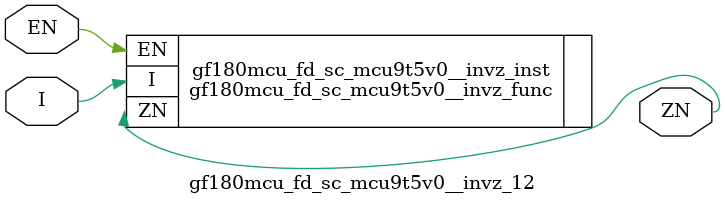
<source format=v>

`ifndef GF180MCU_FD_SC_MCU9T5V0__INVZ_12_V
`define GF180MCU_FD_SC_MCU9T5V0__INVZ_12_V

`include "gf180mcu_fd_sc_mcu9t5v0__invz_func.v"

`ifdef USE_POWER_PINS
module gf180mcu_fd_sc_mcu9t5v0__invz_12( EN, I, ZN, VDD, VSS );
inout VDD, VSS;
`else // If not USE_POWER_PINS
module gf180mcu_fd_sc_mcu9t5v0__invz_12( EN, I, ZN );
`endif // If not USE_POWER_PINS
input EN, I;
output ZN;

`ifdef USE_POWER_PINS
  gf180mcu_fd_sc_mcu9t5v0__invz_func gf180mcu_fd_sc_mcu9t5v0__invz_inst(.EN(EN),.I(I),.ZN(ZN),.VDD(VDD),.VSS(VSS));
`else // If not USE_POWER_PINS
  gf180mcu_fd_sc_mcu9t5v0__invz_func gf180mcu_fd_sc_mcu9t5v0__invz_inst(.EN(EN),.I(I),.ZN(ZN));
`endif // If not USE_POWER_PINS

`ifndef FUNCTIONAL
	// spec_gates_begin


	// spec_gates_end



   specify

	// specify_block_begin

	// comb arc EN --> ZN
	 (EN => ZN) = (1.0,1.0);

	// comb arc I --> ZN
	 (I => ZN) = (1.0,1.0);

	// specify_block_end

   endspecify

   `endif

endmodule
`endif // GF180MCU_FD_SC_MCU9T5V0__INVZ_12_V

</source>
